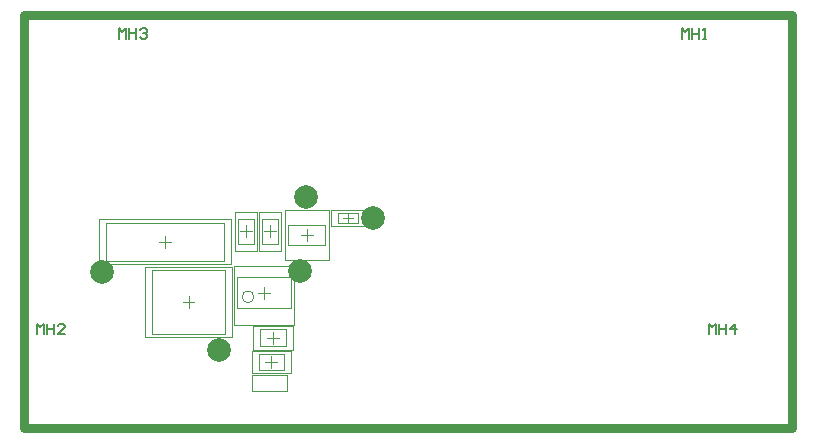
<source format=gbp>
G04*
G04 #@! TF.GenerationSoftware,Altium Limited,Altium Designer,18.1.11 (251)*
G04*
G04 Layer_Color=128*
%FSLAX25Y25*%
%MOIN*%
G70*
G01*
G75*
%ADD12C,0.00197*%
%ADD13C,0.00650*%
%ADD14C,0.03000*%
%ADD15C,0.00394*%
%ADD44C,0.07874*%
D12*
X90039Y34157D02*
Y53843D01*
X69961Y34157D02*
Y53843D01*
X90039D01*
X69961Y34157D02*
X90039D01*
X86976Y56047D02*
Y72583D01*
X101543Y56047D02*
Y72583D01*
X86976Y56047D02*
X101543D01*
X86976Y72583D02*
X101543D01*
X75961Y18260D02*
Y25740D01*
X88953Y18260D02*
Y25740D01*
X75961D02*
X88953D01*
X75961Y18260D02*
X88953D01*
X102291Y67244D02*
X113709D01*
X102291Y72756D02*
X113709D01*
Y67244D02*
Y72756D01*
X102291Y67244D02*
Y72756D01*
X76339Y17559D02*
X87559D01*
X76142Y12441D02*
Y17559D01*
X76339Y12441D02*
X87559D01*
Y17559D01*
X24953Y54520D02*
Y69480D01*
X69047Y54520D02*
Y69480D01*
X24953D02*
X69047D01*
X24953Y54520D02*
X69047D01*
X40492Y30386D02*
Y53614D01*
X69232Y30386D02*
Y53614D01*
X40492D02*
X69232D01*
X40492Y30386D02*
X69232D01*
X76307Y26063D02*
Y33937D01*
X89693Y26063D02*
Y33937D01*
X76307D02*
X89693D01*
X76307Y26063D02*
X89693D01*
X70260Y72039D02*
X77740D01*
X70260Y59047D02*
X77740D01*
Y72039D01*
X70260Y59047D02*
Y72039D01*
X78260Y59047D02*
X85740D01*
X78260Y72039D02*
X85740D01*
X78260Y59047D02*
Y72039D01*
X85740Y59047D02*
Y72039D01*
D13*
X228200Y31200D02*
Y34699D01*
X229366Y33533D01*
X230533Y34699D01*
Y31200D01*
X231699Y34699D02*
Y31200D01*
Y32949D01*
X234031D01*
Y34699D01*
Y31200D01*
X236947D02*
Y34699D01*
X235198Y32949D01*
X237530D01*
X31650Y129750D02*
Y133249D01*
X32816Y132083D01*
X33983Y133249D01*
Y129750D01*
X35149Y133249D02*
Y129750D01*
Y131499D01*
X37481D01*
Y133249D01*
Y129750D01*
X38648Y132666D02*
X39231Y133249D01*
X40397D01*
X40980Y132666D01*
Y132083D01*
X40397Y131499D01*
X39814D01*
X40397D01*
X40980Y130916D01*
Y130333D01*
X40397Y129750D01*
X39231D01*
X38648Y130333D01*
X4200Y31200D02*
Y34699D01*
X5366Y33533D01*
X6533Y34699D01*
Y31200D01*
X7699Y34699D02*
Y31200D01*
Y32949D01*
X10031D01*
Y34699D01*
Y31200D01*
X13530D02*
X11198D01*
X13530Y33533D01*
Y34116D01*
X12947Y34699D01*
X11781D01*
X11198Y34116D01*
X219350Y129650D02*
Y133149D01*
X220516Y131983D01*
X221683Y133149D01*
Y129650D01*
X222849Y133149D02*
Y129650D01*
Y131399D01*
X225181D01*
Y133149D01*
Y129650D01*
X226348D02*
X227514D01*
X226931D01*
Y133149D01*
X226348Y132566D01*
D14*
X0Y0D02*
X255906D01*
Y137795D01*
X0D02*
X255906D01*
X0Y0D02*
Y137795D01*
D15*
X76653Y43695D02*
G03*
X76653Y43695I-1969J0D01*
G01*
X89055Y39955D02*
Y50191D01*
X70945Y39955D02*
Y50191D01*
X89055D01*
X70945Y39955D02*
X89055D01*
X88059Y61067D02*
Y67563D01*
X100461Y61067D02*
Y67563D01*
X88059Y61067D02*
X100461D01*
X88059Y67563D02*
X100461D01*
X78323Y19342D02*
Y24657D01*
X86591Y19342D02*
Y24657D01*
X78323D02*
X86591D01*
X78323Y19342D02*
X86591D01*
X104654Y68228D02*
X111346D01*
X104654Y71772D02*
X111346D01*
Y68228D02*
Y71772D01*
X104654Y68228D02*
Y71772D01*
X27315Y55701D02*
Y68299D01*
X66685Y55701D02*
Y68299D01*
X27315D02*
X66685D01*
X27315Y55701D02*
X66685D01*
X42854Y31370D02*
Y52630D01*
X66870Y31370D02*
Y52630D01*
X42854D02*
X66870D01*
X42854Y31370D02*
X66870D01*
X78669Y27146D02*
Y32854D01*
X87331Y27146D02*
Y32854D01*
X78669D02*
X87331D01*
X78669Y27146D02*
X87331D01*
X71342Y69677D02*
X76657D01*
X71342Y61409D02*
X76657D01*
Y69677D01*
X71342Y61409D02*
Y69677D01*
X79343Y61409D02*
X84658D01*
X79343Y69677D02*
X84658D01*
X79343Y61409D02*
Y69677D01*
X84658Y61409D02*
Y69677D01*
X78031Y45073D02*
X81968D01*
X80000Y43104D02*
Y47041D01*
X92291Y64315D02*
X96228D01*
X94260Y62347D02*
Y66284D01*
X80488Y22000D02*
X84425D01*
X82457Y20031D02*
Y23968D01*
X108000Y68228D02*
Y71772D01*
X106228Y70000D02*
X109772D01*
X45031Y62000D02*
X48968D01*
X47000Y60031D02*
Y63968D01*
X52894Y42000D02*
X56831D01*
X54862Y40031D02*
Y43968D01*
X81032Y30000D02*
X84969D01*
X83000Y28032D02*
Y31969D01*
X74000Y63575D02*
Y67512D01*
X72031Y65543D02*
X75968D01*
X82000Y63575D02*
Y67512D01*
X80032Y65543D02*
X83969D01*
D44*
X92000Y52250D02*
D03*
X65000Y26000D02*
D03*
X116350Y70000D02*
D03*
X26000Y52000D02*
D03*
X94000Y77000D02*
D03*
M02*

</source>
